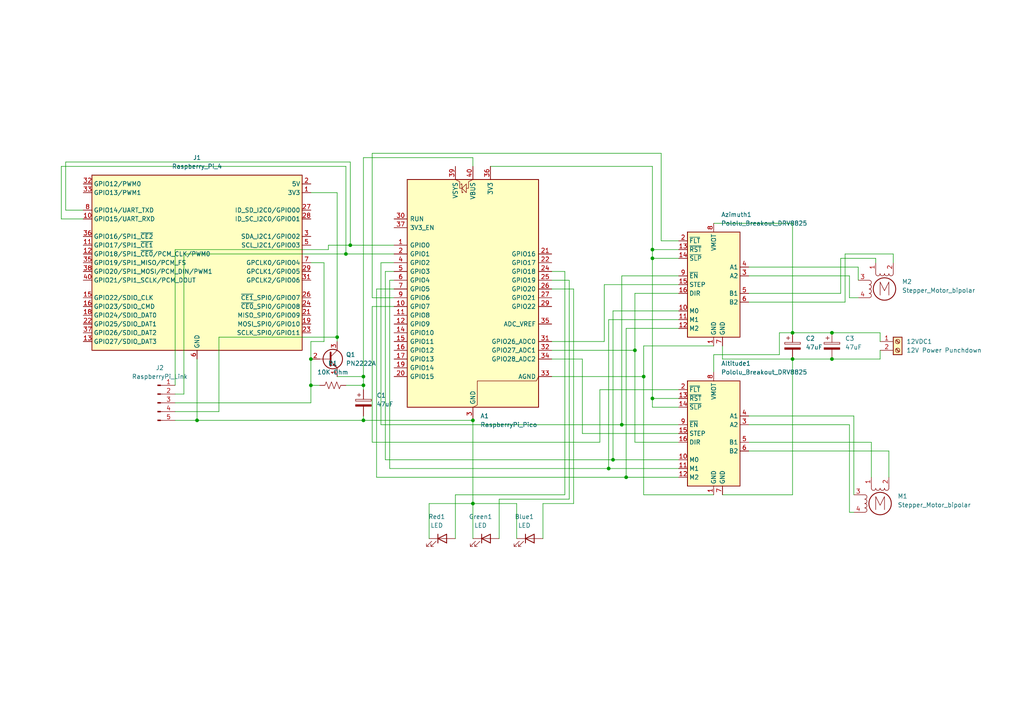
<source format=kicad_sch>
(kicad_sch (version 20250114) (generator "eeschema") (generator_version "9.0")
  (paper "A4")
  (lib_symbols
    (symbol "Connector:Conn_01x05_Pin" (pin_names (offset 1.016) (hide yes))
      (property "Reference" "J" (at 0 7.62 0))
      (property "Value" "Conn_01x05_Pin" (at 0 -7.62 0))
      (symbol "Conn_01x05_Pin_1_1"
        (rectangle (start 0.8636 5.207) (end 0 4.953) (stroke (width 0.1524)) (fill (type outline)))
        (rectangle (start 0.8636 2.667) (end 0 2.413) (stroke (width 0.1524)) (fill (type outline)))
        (rectangle (start 0.8636 0.127) (end 0 -0.127) (stroke (width 0.1524)) (fill (type outline)))
        (rectangle (start 0.8636 -2.413) (end 0 -2.667) (stroke (width 0.1524)) (fill (type outline)))
        (rectangle (start 0.8636 -4.953) (end 0 -5.207) (stroke (width 0.1524)) (fill (type outline)))
        (polyline (pts (xy 1.27 5.08) (xy 0.8636 5.08)) (stroke (width 0.1524)))
        (polyline (pts (xy 1.27 2.54) (xy 0.8636 2.54)) (stroke (width 0.1524)))
        (polyline (pts (xy 1.27 0) (xy 0.8636 0)) (stroke (width 0.1524)))
        (polyline (pts (xy 1.27 -2.54) (xy 0.8636 -2.54)) (stroke (width 0.1524)))
        (polyline (pts (xy 1.27 -5.08) (xy 0.8636 -5.08)) (stroke (width 0.1524)))
        (pin passive line (at 5.08 5.08 180) (length 3.81) (name "Pin_1") (number "1"))
        (pin passive line (at 5.08 2.54 180) (length 3.81) (name "Pin_2") (number "2"))
        (pin passive line (at 5.08 0 180) (length 3.81) (name "Pin_3") (number "3"))
        (pin passive line (at 5.08 -2.54 180) (length 3.81) (name "Pin_4") (number "4"))
        (pin passive line (at 5.08 -5.08 180) (length 3.81) (name "Pin_5") (number "5"))
      )
    )
    (symbol "Connector:Raspberry_Pi_4"
      (property "Reference" "J" (at -17.526 48.768 0))
      (property "Value" "Raspberry_Pi_4" (at 15.748 -26.416 0))
      (symbol "Raspberry_Pi_4_0_1"
        (rectangle (start -30.48 25.4) (end 30.48 -25.4) (stroke (width 0.254)) (fill (type background)))
      )
      (symbol "Raspberry_Pi_4_1_1"
        (pin bidirectional line (at -33.02 22.86 0) (length 2.54) (name "GPIO12/PWM0") (number "32"))
        (pin bidirectional line (at -33.02 20.32 0) (length 2.54) (name "GPIO13/PWM1") (number "33"))
        (pin bidirectional line (at -33.02 15.24 0) (length 2.54) (name "GPIO14/UART_TXD") (number "8"))
        (pin bidirectional line (at -33.02 12.7 0) (length 2.54) (name "GPIO15/UART_RXD") (number "10"))
        (pin bidirectional line (at -33.02 7.62 0) (length 2.54) (name "GPIO16/SPI1_~{CE2}") (number "36"))
        (pin bidirectional line (at -33.02 5.08 0) (length 2.54) (name "GPIO17/SPI1_~{CE1}") (number "11"))
        (pin bidirectional line (at -33.02 2.54 0) (length 2.54) (name "GPIO18/SPI1_~{CE0}/PCM_CLK/PWM0") (number "12"))
        (pin bidirectional line (at -33.02 0 0) (length 2.54) (name "GPIO19/SPI1_MISO/PCM_FS") (number "35"))
        (pin bidirectional line (at -33.02 -2.54 0) (length 2.54) (name "GPIO20/SPI1_MOSI/PCM_DIN/PWM1") (number "38"))
        (pin bidirectional line (at -33.02 -5.08 0) (length 2.54) (name "GPIO21/SPI1_SCLK/PCM_DOUT") (number "40"))
        (pin bidirectional line (at -33.02 -10.16 0) (length 2.54) (name "GPIO22/SDIO_CLK") (number "15"))
        (pin bidirectional line (at -33.02 -12.7 0) (length 2.54) (name "GPIO23/SDIO_CMD") (number "16"))
        (pin bidirectional line (at -33.02 -15.24 0) (length 2.54) (name "GPIO24/SDIO_DAT0") (number "18"))
        (pin bidirectional line (at -33.02 -17.78 0) (length 2.54) (name "GPIO25/SDIO_DAT1") (number "22"))
        (pin bidirectional line (at -33.02 -20.32 0) (length 2.54) (name "GPIO26/SDIO_DAT2") (number "37"))
        (pin bidirectional line (at -33.02 -22.86 0) (length 2.54) (name "GPIO27/SDIO_DAT3") (number "13"))
        (pin passive line (at 0 -27.94 90) (length 2.54) (hide yes) (name "GND") (number "14"))
        (pin passive line (at 0 -27.94 90) (length 2.54) (hide yes) (name "GND") (number "20"))
        (pin passive line (at 0 -27.94 90) (length 2.54) (hide yes) (name "GND") (number "25"))
        (pin passive line (at 0 -27.94 90) (length 2.54) (hide yes) (name "GND") (number "30"))
        (pin passive line (at 0 -27.94 90) (length 2.54) (hide yes) (name "GND") (number "34"))
        (pin passive line (at 0 -27.94 90) (length 2.54) (hide yes) (name "GND") (number "39"))
        (pin power_out line (at 0 -27.94 90) (length 2.54) (name "GND") (number "6"))
        (pin passive line (at 0 -27.94 90) (length 2.54) (hide yes) (name "GND") (number "9"))
        (pin power_out line (at 33.02 22.86 180) (length 2.54) (name "5V") (number "2"))
        (pin passive line (at 33.02 22.86 180) (length 2.54) (hide yes) (name "5V") (number "4"))
        (pin power_out line (at 33.02 20.32 180) (length 2.54) (name "3V3") (number "1"))
        (pin passive line (at 33.02 20.32 180) (length 2.54) (hide yes) (name "3V3") (number "17"))
        (pin bidirectional line (at 33.02 15.24 180) (length 2.54) (name "ID_SD_I2C0/GPIO00") (number "27"))
        (pin bidirectional line (at 33.02 12.7 180) (length 2.54) (name "ID_SC_I2C0/GPIO01") (number "28"))
        (pin bidirectional line (at 33.02 7.62 180) (length 2.54) (name "SDA_I2C1/GPIO02") (number "3"))
        (pin bidirectional line (at 33.02 5.08 180) (length 2.54) (name "SCL_I2C1/GPIO03") (number "5"))
        (pin bidirectional line (at 33.02 0 180) (length 2.54) (name "GPCLK0/GPIO04") (number "7"))
        (pin bidirectional line (at 33.02 -2.54 180) (length 2.54) (name "GPCLK1/GPIO05") (number "29"))
        (pin bidirectional line (at 33.02 -5.08 180) (length 2.54) (name "GPCLK2/GPIO06") (number "31"))
        (pin bidirectional line (at 33.02 -10.16 180) (length 2.54) (name "~{CE1}_SPI0/GPIO07") (number "26"))
        (pin bidirectional line (at 33.02 -12.7 180) (length 2.54) (name "~{CE0}_SPI0/GPIO08") (number "24"))
        (pin bidirectional line (at 33.02 -15.24 180) (length 2.54) (name "MISO_SPI0/GPIO09") (number "21"))
        (pin bidirectional line (at 33.02 -17.78 180) (length 2.54) (name "MOSI_SPI0/GPIO10") (number "19"))
        (pin bidirectional line (at 33.02 -20.32 180) (length 2.54) (name "SCLK_SPI0/GPIO11") (number "23"))
      )
    )
    (symbol "Connector:Screw_Terminal_01x02" (pin_names (offset 1.016) (hide yes))
      (property "Reference" "J" (at 0 2.54 0))
      (property "Value" "Screw_Terminal_01x02" (at 0 -5.08 0))
      (symbol "Screw_Terminal_01x02_1_1"
        (rectangle (start -1.27 1.27) (end 1.27 -3.81) (stroke (width 0.254)) (fill (type background)))
        (polyline (pts (xy -0.5334 0.3302) (xy 0.3302 -0.508)) (stroke (width 0.1524)))
        (polyline (pts (xy -0.5334 -2.2098) (xy 0.3302 -3.048)) (stroke (width 0.1524)))
        (polyline (pts (xy -0.3556 0.508) (xy 0.508 -0.3302)) (stroke (width 0.1524)))
        (polyline (pts (xy -0.3556 -2.032) (xy 0.508 -2.8702)) (stroke (width 0.1524)))
        (circle (center 0 0) (radius 0.635) (stroke (width 0.1524)))
        (circle (center 0 -2.54) (radius 0.635) (stroke (width 0.1524)))
        (pin passive line (at -5.08 0 0) (length 3.81) (name "Pin_1") (number "1"))
        (pin passive line (at -5.08 -2.54 0) (length 3.81) (name "Pin_2") (number "2"))
      )
    )
    (symbol "Device:C_Polarized" (pin_numbers (hide yes)) (pin_names (offset 0.254))
      (property "Reference" "C" (at 0.635 2.54 0))
      (property "Value" "C_Polarized" (at 0.635 -2.54 0))
      (symbol "C_Polarized_0_1"
        (rectangle (start -2.286 0.508) (end 2.286 1.016))
        (polyline (pts (xy -1.778 2.286) (xy -0.762 2.286)))
        (polyline (pts (xy -1.27 2.794) (xy -1.27 1.778)))
        (rectangle (start 2.286 -0.508) (end -2.286 -1.016) (fill (type outline)))
      )
      (symbol "C_Polarized_1_1"
        (pin passive line (at 0 3.81 270) (length 2.794) (name "~") (number "1"))
        (pin passive line (at 0 -3.81 90) (length 2.794) (name "~") (number "2"))
      )
    )
    (symbol "Device:LED" (pin_numbers (hide yes)) (pin_names (offset 1.016) (hide yes))
      (property "Reference" "D" (at 0 2.54 0))
      (property "Value" "LED" (at 0 -2.54 0))
      (symbol "LED_0_1"
        (polyline (pts (xy -3.048 -0.762) (xy -4.572 -2.286) (xy -3.81 -2.286) (xy -4.572 -2.286) (xy -4.572 -1.524)))
        (polyline (pts (xy -1.778 -0.762) (xy -3.302 -2.286) (xy -2.54 -2.286) (xy -3.302 -2.286) (xy -3.302 -1.524)))
        (polyline (pts (xy -1.27 0) (xy 1.27 0)))
        (polyline (pts (xy -1.27 -1.27) (xy -1.27 1.27)) (stroke (width 0.254)))
        (polyline (pts (xy 1.27 -1.27) (xy 1.27 1.27) (xy -1.27 0) (xy 1.27 -1.27)) (stroke (width 0.254)))
      )
      (symbol "LED_1_1"
        (pin passive line (at -3.81 0 0) (length 2.54) (name "K") (number "1"))
        (pin passive line (at 3.81 0 180) (length 2.54) (name "A") (number "2"))
      )
    )
    (symbol "Device:R_US" (pin_numbers (hide yes)) (pin_names (offset 0))
      (property "Reference" "R" (at 2.54 0 90))
      (property "Value" "R_US" (at -2.54 0 90))
      (symbol "R_US_0_1"
        (polyline (pts (xy 0 2.286) (xy 0 2.54)))
        (polyline (pts (xy 0 2.286) (xy 1.016 1.905) (xy 0 1.524) (xy -1.016 1.143) (xy 0 0.762)))
        (polyline (pts (xy 0 0.762) (xy 1.016 0.381) (xy 0 0) (xy -1.016 -0.381) (xy 0 -0.762)))
        (polyline (pts (xy 0 -0.762) (xy 1.016 -1.143) (xy 0 -1.524) (xy -1.016 -1.905) (xy 0 -2.286)))
        (polyline (pts (xy 0 -2.286) (xy 0 -2.54)))
      )
      (symbol "R_US_1_1"
        (pin passive line (at 0 3.81 270) (length 1.27) (name "~") (number "1"))
        (pin passive line (at 0 -3.81 90) (length 1.27) (name "~") (number "2"))
      )
    )
    (symbol "Driver_Motor:Pololu_Breakout_DRV8825"
      (property "Reference" "A" (at -2.54 16.51 0))
      (property "Value" "Pololu_Breakout_DRV8825" (at -2.54 13.97 0))
      (symbol "Pololu_Breakout_DRV8825_0_1"
        (rectangle (start 7.62 -17.78) (end -7.62 12.7) (stroke (width 0.254)) (fill (type background)))
      )
      (symbol "Pololu_Breakout_DRV8825_1_1"
        (pin output line (at -10.16 10.16 0) (length 2.54) (name "~{FLT}") (number "2"))
        (pin input line (at -10.16 7.62 0) (length 2.54) (name "~{RST}") (number "13"))
        (pin input line (at -10.16 5.08 0) (length 2.54) (name "~{SLP}") (number "14"))
        (pin input line (at -10.16 0 0) (length 2.54) (name "~{EN}") (number "9"))
        (pin input line (at -10.16 -2.54 0) (length 2.54) (name "STEP") (number "15"))
        (pin input line (at -10.16 -5.08 0) (length 2.54) (name "DIR") (number "16"))
        (pin input line (at -10.16 -10.16 0) (length 2.54) (name "M0") (number "10"))
        (pin input line (at -10.16 -12.7 0) (length 2.54) (name "M1") (number "11"))
        (pin input line (at -10.16 -15.24 0) (length 2.54) (name "M2") (number "12"))
        (pin power_in line (at 0 15.24 270) (length 2.54) (name "VMOT") (number "8"))
        (pin power_in line (at 0 -20.32 90) (length 2.54) (name "GND") (number "1"))
        (pin power_in line (at 2.54 -20.32 90) (length 2.54) (name "GND") (number "7"))
        (pin output line (at 10.16 2.54 180) (length 2.54) (name "A1") (number "4"))
        (pin output line (at 10.16 0 180) (length 2.54) (name "A2") (number "3"))
        (pin output line (at 10.16 -5.08 180) (length 2.54) (name "B1") (number "5"))
        (pin output line (at 10.16 -7.62 180) (length 2.54) (name "B2") (number "6"))
      )
    )
    (symbol "MCU_Module:RaspberryPi_Pico" (pin_names (offset 0.762))
      (property "Reference" "A" (at -19.05 35.56 0))
      (property "Value" "RaspberryPi_Pico" (at 7.62 35.56 0))
      (symbol "RaspberryPi_Pico_0_1"
        (rectangle (start -19.05 34.29) (end 19.05 -31.75) (stroke (width 0.254)) (fill (type background)))
        (polyline (pts (xy -5.08 34.29) (xy -3.81 33.655) (xy -3.81 31.75) (xy -3.175 31.75)))
        (polyline (pts (xy -3.429 32.766) (xy -3.429 33.02) (xy -3.175 33.02) (xy -3.175 30.48) (xy -2.921 30.48) (xy -2.921 30.734)))
        (polyline (pts (xy -3.175 31.75) (xy -1.905 33.02) (xy -1.905 30.48) (xy -3.175 31.75)))
        (polyline (pts (xy 0 34.29) (xy -1.27 33.655) (xy -1.27 31.75) (xy -1.905 31.75)))
        (polyline (pts (xy 0 -31.75) (xy 1.27 -31.115) (xy 1.27 -24.13) (xy 18.415 -24.13) (xy 19.05 -22.86)))
      )
      (symbol "RaspberryPi_Pico_1_1"
        (pin passive line (at -22.86 22.86 0) (length 3.81) (name "RUN") (number "30"))
        (pin passive line (at -22.86 20.32 0) (length 3.81) (name "3V3_EN") (number "37"))
        (pin bidirectional line (at -22.86 15.24 0) (length 3.81) (name "GPIO0") (number "1"))
        (pin bidirectional line (at -22.86 12.7 0) (length 3.81) (name "GPIO1") (number "2"))
        (pin bidirectional line (at -22.86 10.16 0) (length 3.81) (name "GPIO2") (number "4"))
        (pin bidirectional line (at -22.86 7.62 0) (length 3.81) (name "GPIO3") (number "5"))
        (pin bidirectional line (at -22.86 5.08 0) (length 3.81) (name "GPIO4") (number "6"))
        (pin bidirectional line (at -22.86 2.54 0) (length 3.81) (name "GPIO5") (number "7"))
        (pin bidirectional line (at -22.86 0 0) (length 3.81) (name "GPIO6") (number "9"))
        (pin bidirectional line (at -22.86 -2.54 0) (length 3.81) (name "GPIO7") (number "10"))
        (pin bidirectional line (at -22.86 -5.08 0) (length 3.81) (name "GPIO8") (number "11"))
        (pin bidirectional line (at -22.86 -7.62 0) (length 3.81) (name "GPIO9") (number "12"))
        (pin bidirectional line (at -22.86 -10.16 0) (length 3.81) (name "GPIO10") (number "14"))
        (pin bidirectional line (at -22.86 -12.7 0) (length 3.81) (name "GPIO11") (number "15"))
        (pin bidirectional line (at -22.86 -15.24 0) (length 3.81) (name "GPIO12") (number "16"))
        (pin bidirectional line (at -22.86 -17.78 0) (length 3.81) (name "GPIO13") (number "17"))
        (pin bidirectional line (at -22.86 -20.32 0) (length 3.81) (name "GPIO14") (number "19"))
        (pin bidirectional line (at -22.86 -22.86 0) (length 3.81) (name "GPIO15") (number "20"))
        (pin power_in line (at -5.08 38.1 270) (length 3.81) (name "VSYS") (number "39"))
        (pin power_out line (at 0 38.1 270) (length 3.81) (name "VBUS") (number "40"))
        (pin passive line (at 0 -35.56 90) (length 3.81) (hide yes) (name "GND") (number "13"))
        (pin passive line (at 0 -35.56 90) (length 3.81) (hide yes) (name "GND") (number "18"))
        (pin passive line (at 0 -35.56 90) (length 3.81) (hide yes) (name "GND") (number "23"))
        (pin passive line (at 0 -35.56 90) (length 3.81) (hide yes) (name "GND") (number "28"))
        (pin power_out line (at 0 -35.56 90) (length 3.81) (name "GND") (number "3"))
        (pin passive line (at 0 -35.56 90) (length 3.81) (hide yes) (name "GND") (number "38"))
        (pin passive line (at 0 -35.56 90) (length 3.81) (hide yes) (name "GND") (number "8"))
        (pin power_out line (at 5.08 38.1 270) (length 3.81) (name "3V3") (number "36"))
        (pin bidirectional line (at 22.86 12.7 180) (length 3.81) (name "GPIO16") (number "21"))
        (pin bidirectional line (at 22.86 10.16 180) (length 3.81) (name "GPIO17") (number "22"))
        (pin bidirectional line (at 22.86 7.62 180) (length 3.81) (name "GPIO18") (number "24"))
        (pin bidirectional line (at 22.86 5.08 180) (length 3.81) (name "GPIO19") (number "25"))
        (pin bidirectional line (at 22.86 2.54 180) (length 3.81) (name "GPIO20") (number "26"))
        (pin bidirectional line (at 22.86 0 180) (length 3.81) (name "GPIO21") (number "27"))
        (pin bidirectional line (at 22.86 -2.54 180) (length 3.81) (name "GPIO22") (number "29"))
        (pin power_in line (at 22.86 -7.62 180) (length 3.81) (name "ADC_VREF") (number "35"))
        (pin bidirectional line (at 22.86 -12.7 180) (length 3.81) (name "GPIO26_ADC0") (number "31"))
        (pin bidirectional line (at 22.86 -15.24 180) (length 3.81) (name "GPIO27_ADC1") (number "32"))
        (pin bidirectional line (at 22.86 -17.78 180) (length 3.81) (name "GPIO28_ADC2") (number "34"))
        (pin power_out line (at 22.86 -22.86 180) (length 3.81) (name "AGND") (number "33"))
      )
    )
    (symbol "Motor:Stepper_Motor_bipolar" (pin_names (offset 0) (hide yes))
      (property "Reference" "M" (at 3.81 2.54 0))
      (property "Value" "Stepper_Motor_bipolar" (at 3.81 1.27 0))
      (symbol "Stepper_Motor_bipolar_0_0"
        (polyline (pts (xy -1.27 -1.778) (xy -1.27 2.032) (xy 0 -0.508) (xy 1.27 2.032) (xy 1.27 -1.778)))
      )
      (symbol "Stepper_Motor_bipolar_0_1"
        (polyline (pts (xy -5.08 2.54) (xy -4.445 2.54)))
        (polyline (pts (xy -5.08 -2.54) (xy -4.445 -2.54)))
        (arc (start -4.445 2.54) (mid -3.8127 1.905) (end -4.445 1.27))
        (arc (start -4.445 1.27) (mid -3.8127 0.635) (end -4.445 0))
        (arc (start -4.445 0) (mid -3.8127 -0.635) (end -4.445 -1.27))
        (arc (start -4.445 -1.27) (mid -3.8127 -1.905) (end -4.445 -2.54))
        (polyline (pts (xy -2.54 5.08) (xy -2.54 4.445)))
        (arc (start -1.27 4.445) (mid -1.905 3.8127) (end -2.54 4.445))
        (arc (start 0 4.445) (mid -0.635 3.8127) (end -1.27 4.445))
        (circle (center 0 0) (radius 3.2512) (stroke (width 0.254)))
        (arc (start 1.27 4.445) (mid 0.635 3.8127) (end 0 4.445))
        (arc (start 2.54 4.445) (mid 1.905 3.8127) (end 1.27 4.445))
        (polyline (pts (xy 2.54 5.08) (xy 2.54 4.445)))
      )
      (symbol "Stepper_Motor_bipolar_1_1"
        (pin passive line (at -7.62 2.54 0) (length 2.54) (name "~") (number "3"))
        (pin passive line (at -7.62 -2.54 0) (length 2.54) (name "~") (number "4"))
        (pin passive line (at -2.54 7.62 270) (length 2.54) (name "~") (number "1"))
        (pin passive line (at 2.54 7.62 270) (length 2.54) (name "-") (number "2"))
      )
    )
    (symbol "Transistor_BJT:PN2222A" (pin_names (offset 0) (hide yes))
      (property "Reference" "Q" (at 5.08 1.905 0))
      (property "Value" "PN2222A" (at 5.08 0 0))
      (symbol "PN2222A_0_1"
        (polyline (pts (xy -2.54 0) (xy 0.635 0)))
        (polyline (pts (xy 0.635 1.905) (xy 0.635 -1.905)) (stroke (width 0.508)))
        (circle (center 1.27 0) (radius 2.8194) (stroke (width 0.254)))
      )
      (symbol "PN2222A_1_1"
        (polyline (pts (xy 0.635 0.635) (xy 2.54 2.54)))
        (polyline (pts (xy 0.635 -0.635) (xy 2.54 -2.54)))
        (polyline (pts (xy 1.27 -1.778) (xy 1.778 -1.27) (xy 2.286 -2.286) (xy 1.27 -1.778)) (fill (type outline)))
        (pin input line (at -5.08 0 0) (length 2.54) (name "B") (number "2"))
        (pin passive line (at 2.54 5.08 270) (length 2.54) (name "C") (number "3"))
        (pin passive line (at 2.54 -5.08 90) (length 2.54) (name "E") (number "1"))
      )
    )
  )
  (junction (at 137.16 146.05))
  (junction (at 137.16 121.92))
  (junction (at 180.34 123.19))
  (junction (at 229.87 96.52))
  (junction (at 241.3 96.52))
  (junction (at 105.41 111.76))
  (junction (at 181.61 138.43))
  (junction (at 189.23 72.39))
  (junction (at 105.41 109.22))
  (junction (at 186.69 109.22))
  (junction (at 97.79 97.79))
  (junction (at 90.17 104.14))
  (junction (at 241.3 104.14))
  (junction (at 189.23 74.93))
  (junction (at 176.53 135.89))
  (junction (at 57.15 121.92))
  (junction (at 100.33 73.66))
  (junction (at 229.87 104.14))
  (junction (at 105.41 121.92))
  (junction (at 101.6 71.12))
  (junction (at 177.8 133.35))
  (junction (at 184.15 101.6))
  (junction (at 90.17 111.76))
  (junction (at 189.23 115.57))
  (wire (pts (xy 50.8 72.39) (xy 95.25 72.39)))
  (wire (pts (xy 180.34 80.01) (xy 180.34 123.19)))
  (wire (pts (xy 246.38 148.59) (xy 247.65 148.59)))
  (wire (pts (xy 110.49 123.19) (xy 180.34 123.19)))
  (wire (pts (xy 241.3 96.52) (xy 229.87 96.52)))
  (wire (pts (xy 217.17 123.19) (xy 246.38 123.19)))
  (wire (pts (xy 180.34 80.01) (xy 196.85 80.01)))
  (wire (pts (xy 177.8 133.35) (xy 196.85 133.35)))
  (wire (pts (xy 109.22 83.82) (xy 109.22 138.43)))
  (wire (pts (xy 111.76 78.74) (xy 111.76 133.35)))
  (wire (pts (xy 97.79 97.79) (xy 63.5 97.79)))
  (wire (pts (xy 175.26 99.06) (xy 175.26 82.55)))
  (wire (pts (xy 50.8 114.3) (xy 53.34 114.3)))
  (wire (pts (xy 149.86 146.05) (xy 137.16 146.05)))
  (wire (pts (xy 57.15 121.92) (xy 105.41 121.92)))
  (wire (pts (xy 209.55 143.51) (xy 229.87 143.51)))
  (wire (pts (xy 217.17 120.65) (xy 247.65 120.65)))
  (wire (pts (xy 189.23 72.39) (xy 196.85 72.39)))
  (wire (pts (xy 184.15 128.27) (xy 184.15 101.6)))
  (wire (pts (xy 107.95 128.27) (xy 173.99 128.27)))
  (wire (pts (xy 100.33 73.66) (xy 114.3 73.66)))
  (wire (pts (xy 254 74.93) (xy 254 76.2)))
  (wire (pts (xy 163.83 143.51) (xy 132.08 143.51)))
  (wire (pts (xy 181.61 138.43) (xy 196.85 138.43)))
  (wire (pts (xy 17.78 48.26) (xy 100.33 48.26)))
  (wire (pts (xy 105.41 45.72) (xy 105.41 109.22)))
  (wire (pts (xy 90.17 111.76) (xy 90.17 104.14)))
  (wire (pts (xy 173.99 113.03) (xy 196.85 113.03)))
  (wire (pts (xy 105.41 111.76) (xy 105.41 109.22)))
  (wire (pts (xy 168.91 125.73) (xy 196.85 125.73)))
  (wire (pts (xy 191.77 44.45) (xy 191.77 69.85)))
  (wire (pts (xy 93.98 99.06) (xy 90.17 99.06)))
  (wire (pts (xy 184.15 101.6) (xy 184.15 85.09)))
  (wire (pts (xy 97.79 109.22) (xy 105.41 109.22)))
  (wire (pts (xy 189.23 72.39) (xy 189.23 74.93)))
  (wire (pts (xy 90.17 55.88) (xy 97.79 55.88)))
  (wire (pts (xy 247.65 120.65) (xy 247.65 143.51)))
  (wire (pts (xy 181.61 95.25) (xy 181.61 138.43)))
  (wire (pts (xy 114.3 83.82) (xy 109.22 83.82)))
  (wire (pts (xy 137.16 45.72) (xy 105.41 45.72)))
  (wire (pts (xy 90.17 99.06) (xy 90.17 104.14)))
  (wire (pts (xy 191.77 69.85) (xy 196.85 69.85)))
  (wire (pts (xy 17.78 63.5) (xy 17.78 48.26)))
  (wire (pts (xy 209.55 104.14) (xy 229.87 104.14)))
  (wire (pts (xy 255.27 96.52) (xy 241.3 96.52)))
  (wire (pts (xy 248.92 77.47) (xy 248.92 81.28)))
  (wire (pts (xy 105.41 111.76) (xy 105.41 113.03)))
  (wire (pts (xy 100.33 111.76) (xy 105.41 111.76)))
  (wire (pts (xy 160.02 83.82) (xy 166.37 83.82)))
  (wire (pts (xy 217.17 128.27) (xy 252.73 128.27)))
  (wire (pts (xy 245.11 73.66) (xy 259.08 73.66)))
  (wire (pts (xy 255.27 101.6) (xy 255.27 104.14)))
  (wire (pts (xy 168.91 104.14) (xy 168.91 125.73)))
  (wire (pts (xy 189.23 115.57) (xy 189.23 118.11)))
  (wire (pts (xy 157.48 146.05) (xy 157.48 156.21)))
  (wire (pts (xy 160.02 104.14) (xy 168.91 104.14)))
  (wire (pts (xy 53.34 114.3) (xy 53.34 73.66)))
  (wire (pts (xy 229.87 64.77) (xy 229.87 96.52)))
  (wire (pts (xy 207.01 64.77) (xy 229.87 64.77)))
  (wire (pts (xy 229.87 143.51) (xy 229.87 104.14)))
  (wire (pts (xy 137.16 48.26) (xy 137.16 45.72)))
  (wire (pts (xy 177.8 90.17) (xy 177.8 133.35)))
  (wire (pts (xy 114.3 86.36) (xy 107.95 86.36)))
  (wire (pts (xy 105.41 120.65) (xy 105.41 121.92)))
  (wire (pts (xy 189.23 74.93) (xy 196.85 74.93)))
  (wire (pts (xy 217.17 85.09) (xy 243.84 85.09)))
  (wire (pts (xy 132.08 143.51) (xy 132.08 156.21)))
  (wire (pts (xy 241.3 104.14) (xy 255.27 104.14)))
  (wire (pts (xy 107.95 86.36) (xy 107.95 44.45)))
  (wire (pts (xy 207.01 100.33) (xy 186.69 100.33)))
  (wire (pts (xy 166.37 83.82) (xy 166.37 146.05)))
  (wire (pts (xy 19.05 46.99) (xy 101.6 46.99)))
  (wire (pts (xy 186.69 100.33) (xy 186.69 109.22)))
  (wire (pts (xy 160.02 99.06) (xy 175.26 99.06)))
  (wire (pts (xy 95.25 71.12) (xy 101.6 71.12)))
  (wire (pts (xy 113.03 81.28) (xy 113.03 135.89)))
  (wire (pts (xy 111.76 133.35) (xy 177.8 133.35)))
  (wire (pts (xy 229.87 104.14) (xy 241.3 104.14)))
  (wire (pts (xy 137.16 146.05) (xy 137.16 156.21)))
  (wire (pts (xy 186.69 109.22) (xy 186.69 143.51)))
  (wire (pts (xy 101.6 71.12) (xy 114.3 71.12)))
  (wire (pts (xy 97.79 55.88) (xy 97.79 97.79)))
  (wire (pts (xy 160.02 101.6) (xy 184.15 101.6)))
  (wire (pts (xy 90.17 76.2) (xy 93.98 76.2)))
  (wire (pts (xy 196.85 90.17) (xy 177.8 90.17)))
  (wire (pts (xy 107.95 44.45) (xy 191.77 44.45)))
  (wire (pts (xy 137.16 146.05) (xy 137.16 121.92)))
  (wire (pts (xy 90.17 116.84) (xy 90.17 111.76)))
  (wire (pts (xy 173.99 128.27) (xy 173.99 113.03)))
  (wire (pts (xy 124.46 156.21) (xy 124.46 146.05)))
  (wire (pts (xy 196.85 92.71) (xy 176.53 92.71)))
  (wire (pts (xy 114.3 76.2) (xy 110.49 76.2)))
  (wire (pts (xy 114.3 78.74) (xy 111.76 78.74)))
  (wire (pts (xy 243.84 85.09) (xy 243.84 74.93)))
  (wire (pts (xy 160.02 109.22) (xy 186.69 109.22)))
  (wire (pts (xy 245.11 87.63) (xy 245.11 73.66)))
  (wire (pts (xy 107.95 88.9) (xy 107.95 128.27)))
  (wire (pts (xy 189.23 74.93) (xy 189.23 115.57)))
  (wire (pts (xy 217.17 77.47) (xy 248.92 77.47)))
  (wire (pts (xy 165.1 81.28) (xy 165.1 144.78)))
  (wire (pts (xy 176.53 135.89) (xy 196.85 135.89)))
  (wire (pts (xy 180.34 123.19) (xy 196.85 123.19)))
  (wire (pts (xy 255.27 99.06) (xy 255.27 96.52)))
  (wire (pts (xy 57.15 104.14) (xy 57.15 121.92)))
  (wire (pts (xy 207.01 102.87) (xy 226.06 102.87)))
  (wire (pts (xy 175.26 82.55) (xy 196.85 82.55)))
  (wire (pts (xy 24.13 63.5) (xy 17.78 63.5)))
  (wire (pts (xy 101.6 46.99) (xy 101.6 71.12)))
  (wire (pts (xy 163.83 78.74) (xy 163.83 143.51)))
  (wire (pts (xy 243.84 74.93) (xy 254 74.93)))
  (wire (pts (xy 97.79 99.06) (xy 97.79 97.79)))
  (wire (pts (xy 160.02 81.28) (xy 165.1 81.28)))
  (wire (pts (xy 217.17 87.63) (xy 245.11 87.63)))
  (wire (pts (xy 257.81 130.81) (xy 257.81 138.43)))
  (wire (pts (xy 95.25 72.39) (xy 95.25 71.12)))
  (wire (pts (xy 252.73 128.27) (xy 252.73 138.43)))
  (wire (pts (xy 50.8 121.92) (xy 57.15 121.92)))
  (wire (pts (xy 63.5 119.38) (xy 50.8 119.38)))
  (wire (pts (xy 189.23 48.26) (xy 189.23 72.39)))
  (wire (pts (xy 246.38 86.36) (xy 248.92 86.36)))
  (wire (pts (xy 209.55 100.33) (xy 209.55 104.14)))
  (wire (pts (xy 184.15 85.09) (xy 196.85 85.09)))
  (wire (pts (xy 149.86 156.21) (xy 149.86 146.05)))
  (wire (pts (xy 19.05 60.96) (xy 19.05 46.99)))
  (wire (pts (xy 189.23 115.57) (xy 196.85 115.57)))
  (wire (pts (xy 92.71 111.76) (xy 90.17 111.76)))
  (wire (pts (xy 176.53 92.71) (xy 176.53 135.89)))
  (wire (pts (xy 226.06 96.52) (xy 229.87 96.52)))
  (wire (pts (xy 114.3 88.9) (xy 107.95 88.9)))
  (wire (pts (xy 196.85 95.25) (xy 181.61 95.25)))
  (wire (pts (xy 246.38 123.19) (xy 246.38 148.59)))
  (wire (pts (xy 144.78 144.78) (xy 144.78 156.21)))
  (wire (pts (xy 24.13 60.96) (xy 19.05 60.96)))
  (wire (pts (xy 217.17 130.81) (xy 257.81 130.81)))
  (wire (pts (xy 124.46 146.05) (xy 137.16 146.05)))
  (wire (pts (xy 142.24 48.26) (xy 189.23 48.26)))
  (wire (pts (xy 196.85 128.27) (xy 184.15 128.27)))
  (wire (pts (xy 105.41 121.92) (xy 137.16 121.92)))
  (wire (pts (xy 110.49 76.2) (xy 110.49 123.19)))
  (wire (pts (xy 226.06 102.87) (xy 226.06 96.52)))
  (wire (pts (xy 207.01 107.95) (xy 207.01 102.87)))
  (wire (pts (xy 109.22 138.43) (xy 181.61 138.43)))
  (wire (pts (xy 53.34 73.66) (xy 100.33 73.66)))
  (wire (pts (xy 50.8 111.76) (xy 50.8 72.39)))
  (wire (pts (xy 50.8 116.84) (xy 90.17 116.84)))
  (wire (pts (xy 114.3 81.28) (xy 113.03 81.28)))
  (wire (pts (xy 160.02 78.74) (xy 163.83 78.74)))
  (wire (pts (xy 189.23 118.11) (xy 196.85 118.11)))
  (wire (pts (xy 100.33 48.26) (xy 100.33 73.66)))
  (wire (pts (xy 217.17 80.01) (xy 246.38 80.01)))
  (wire (pts (xy 165.1 144.78) (xy 144.78 144.78)))
  (wire (pts (xy 93.98 76.2) (xy 93.98 99.06)))
  (wire (pts (xy 259.08 73.66) (xy 259.08 76.2)))
  (wire (pts (xy 246.38 80.01) (xy 246.38 86.36)))
  (wire (pts (xy 186.69 143.51) (xy 207.01 143.51)))
  (wire (pts (xy 113.03 135.89) (xy 176.53 135.89)))
  (wire (pts (xy 166.37 146.05) (xy 157.48 146.05)))
  (wire (pts (xy 63.5 97.79) (xy 63.5 119.38)))
  (symbol (lib_id "Motor:Stepper_Motor_bipolar") (at 256.54 83.82 0) (unit 1)
    (property "Reference" "M2" (at 261.62 81.699 0) (effects (justify left)))
    (property "Value" "Stepper_Motor_bipolar" (at 261.62 84.239 0) (effects (justify left)))
    (property "Footprint" "Connector_PinHeader_2.54mm:PinHeader_1x04_P2.54mm_Vertical" (effects (hide yes)))
    (property "Datasheet" "http://www.infineon.com/dgdl/Application-Note-TLE8110EE_driving_UniPolarStepperMotor_V1.1.pdf?fileId=db3a30431be39b97011be5d0aa0a00b0" (effects (hide yes)))
    (property "Description" "4-wire bipolar stepper motor" (effects (hide yes)))
  )
  (symbol (lib_id "Device:C_Polarized") (at 229.87 100.33 0) (unit 1)
    (property "Reference" "C2" (at 233.68 98.1709 0) (effects (justify left)))
    (property "Value" "47uF" (at 233.68 100.7109 0) (effects (justify left)))
    (property "Footprint" "Capacitor_THT:CP_Radial_D4.0mm_P1.50mm" (effects (hide yes)))
    (property "Description" "Polarized capacitor" (effects (hide yes)))
  )
  (symbol (lib_id "Device:C_Polarized") (at 105.41 116.84 0) (unit 1)
    (property "Reference" "C1" (at 109.22 114.6809 0) (effects (justify left)))
    (property "Value" "47uF" (at 109.22 117.2209 0) (effects (justify left)))
    (property "Footprint" "Capacitor_THT:CP_Radial_D4.0mm_P1.50mm" (effects (hide yes)))
    (property "Description" "Polarized capacitor" (effects (hide yes)))
  )
  (symbol (lib_id "Connector:Conn_01x05_Pin") (at 45.72 116.84 0) (unit 1)
    (property "Reference" "J2" (at 46.355 106.68 0))
    (property "Value" "RaspberryPi_Link" (at 46.355 109.22 0))
    (property "Footprint" "Connector_PinHeader_2.54mm:PinHeader_1x05_P2.54mm_Vertical" (effects (hide yes)))
    (property "Description" "Generic connector, single row, 01x05, script generated" (effects (hide yes)))
  )
  (symbol (lib_id "Device:LED") (at 153.67 156.21 0) (unit 1)
    (property "Reference" "Blue1" (at 152.0825 149.86 0))
    (property "Value" "LED" (at 152.0825 152.4 0))
    (property "Footprint" "LED_THT:LED_D5.0mm" (effects (hide yes)))
    (property "Description" "Light emitting diode" (effects (hide yes)))
    (property "Sim.Pins" "1=K 2=A" (effects (hide yes)))
  )
  (symbol (lib_id "Connector:Screw_Terminal_01x02") (at 260.35 99.06 0) (unit 1)
    (property "Reference" "12VDC1" (at 262.89 99.0599 0) (effects (justify left)))
    (property "Value" "12V Power Punchdown" (at 262.89 101.5999 0) (effects (justify left)))
    (property "Footprint" "TerminalBlock:TerminalBlock_bornier-2_P5.08mm" (effects (hide yes)))
    (property "Description" "Generic screw terminal, single row, 01x02, script generated (kicad-library-utils/schlib/autogen/connector/)" (effects (hide yes)))
  )
  (symbol (lib_id "Device:LED") (at 140.97 156.21 0) (unit 1)
    (property "Reference" "Green1" (at 139.3825 149.86 0))
    (property "Value" "LED" (at 139.3825 152.4 0))
    (property "Footprint" "LED_THT:LED_D5.0mm" (effects (hide yes)))
    (property "Description" "Light emitting diode" (effects (hide yes)))
    (property "Sim.Pins" "1=K 2=A" (effects (hide yes)))
  )
  (symbol (lib_id "Driver_Motor:Pololu_Breakout_DRV8825") (at 207.01 123.19 0) (unit 1)
    (property "Reference" "Altitude1" (at 209.1533 105.41 0) (effects (justify left)))
    (property "Value" "Pololu_Breakout_DRV8825" (at 209.1533 107.95 0) (effects (justify left)))
    (property "Footprint" "Module:Pololu_Breakout-16_15.2x20.3mm" (effects (hide yes)))
    (property "Datasheet" "https://www.pololu.com/product/2982" (effects (hide yes)))
    (property "Description" "Pololu Breakout Board, Stepper Driver DRV8825" (effects (hide yes)))
  )
  (symbol (lib_id "Device:C_Polarized") (at 241.3 100.33 0) (unit 1)
    (property "Reference" "C3" (at 245.11 98.1709 0) (effects (justify left)))
    (property "Value" "47uF" (at 245.11 100.7109 0) (effects (justify left)))
    (property "Footprint" "Capacitor_THT:CP_Radial_D4.0mm_P1.50mm" (effects (hide yes)))
    (property "Description" "Polarized capacitor" (effects (hide yes)))
  )
  (symbol (lib_id "Device:LED") (at 128.27 156.21 0) (unit 1)
    (property "Reference" "Red1" (at 126.6825 149.86 0))
    (property "Value" "LED" (at 126.6825 152.4 0))
    (property "Footprint" "LED_THT:LED_D5.0mm" (effects (hide yes)))
    (property "Description" "Light emitting diode" (effects (hide yes)))
    (property "Sim.Pins" "1=K 2=A" (effects (hide yes)))
  )
  (symbol (lib_id "Motor:Stepper_Motor_bipolar") (at 255.27 146.05 0) (unit 1)
    (property "Reference" "M1" (at 260.35 143.929 0) (effects (justify left)))
    (property "Value" "Stepper_Motor_bipolar" (at 260.35 146.469 0) (effects (justify left)))
    (property "Footprint" "Connector_PinHeader_2.54mm:PinHeader_1x04_P2.54mm_Vertical" (effects (hide yes)))
    (property "Datasheet" "http://www.infineon.com/dgdl/Application-Note-TLE8110EE_driving_UniPolarStepperMotor_V1.1.pdf?fileId=db3a30431be39b97011be5d0aa0a00b0" (effects (hide yes)))
    (property "Description" "4-wire bipolar stepper motor" (effects (hide yes)))
  )
  (symbol (lib_id "MCU_Module:RaspberryPi_Pico") (at 137.16 86.36 0) (unit 1)
    (property "Reference" "A1" (at 139.3033 120.65 0) (effects (justify left)))
    (property "Value" "RaspberryPi_Pico" (at 139.3033 123.19 0) (effects (justify left)))
    (property "Footprint" "Module:RaspberryPi_Pico_Common_THT" (effects (hide yes)))
    (property "Datasheet" "https://datasheets.raspberrypi.com/pico/pico-datasheet.pdf" (effects (hide yes)))
    (property "Description" "Versatile and inexpensive microcontroller module powered by RP2040 dual-core Arm Cortex-M0+ processor up to 133 MHz, 264kB SRAM, 2MB QSPI flash; also supports Raspberry Pi Pico 2" (effects (hide yes)))
  )
  (symbol (lib_id "Connector:Raspberry_Pi_4") (at 57.15 76.2 0) (unit 1) (on_board no)
    (property "Reference" "J1" (at 57.15 45.72 0))
    (property "Value" "Raspberry_Pi_4" (at 57.15 48.26 0))
    (property "Footprint" "Connector_PinHeader_2.54mm:PinHeader_2x20_P2.54mm_Vertical" (effects (hide yes)))
    (property "Datasheet" "https://datasheets.raspberrypi.com/rpi4/raspberry-pi-4-datasheet.pdf" (effects (hide yes)))
    (property "Description" "Raspberry Pi 4 Model B" (effects (hide yes)))
  )
  (symbol (lib_id "Driver_Motor:Pololu_Breakout_DRV8825") (at 207.01 80.01 0) (unit 1)
    (property "Reference" "Azimuth1" (at 209.1533 62.23 0) (effects (justify left)))
    (property "Value" "Pololu_Breakout_DRV8825" (at 209.1533 64.77 0) (effects (justify left)))
    (property "Footprint" "Module:Pololu_Breakout-16_15.2x20.3mm" (effects (hide yes)))
    (property "Datasheet" "https://www.pololu.com/product/2982" (effects (hide yes)))
    (property "Description" "Pololu Breakout Board, Stepper Driver DRV8825" (effects (hide yes)))
  )
  (symbol (lib_id "Transistor_BJT:PN2222A") (at 95.25 104.14 0) (unit 1)
    (property "Reference" "Q1" (at 100.33 102.8699 0) (effects (justify left)))
    (property "Value" "PN2222A" (at 100.33 105.4099 0) (effects (justify left)))
    (property "Footprint" "Package_TO_SOT_THT:TO-92_Inline" (effects (hide yes)))
    (property "Datasheet" "https://www.onsemi.com/pub/Collateral/PN2222-D.PDF" (effects (hide yes)))
    (property "Description" "1A Ic, 40V Vce, NPN Transistor, General Purpose Transistor, TO-92" (effects (hide yes)))
  )
  (symbol (lib_id "Device:R_US") (at 96.52 111.76 90) (unit 1)
    (property "Reference" "R1" (at 96.52 105.41 90))
    (property "Value" "10K Ohm" (at 96.52 107.95 90))
    (property "Footprint" "Resistor_THT:R_Axial_DIN0204_L3.6mm_D1.6mm_P7.62mm_Horizontal" (effects (hide yes)))
    (property "Description" "Resistor, US symbol" (effects (hide yes)))
  )
)
</source>
